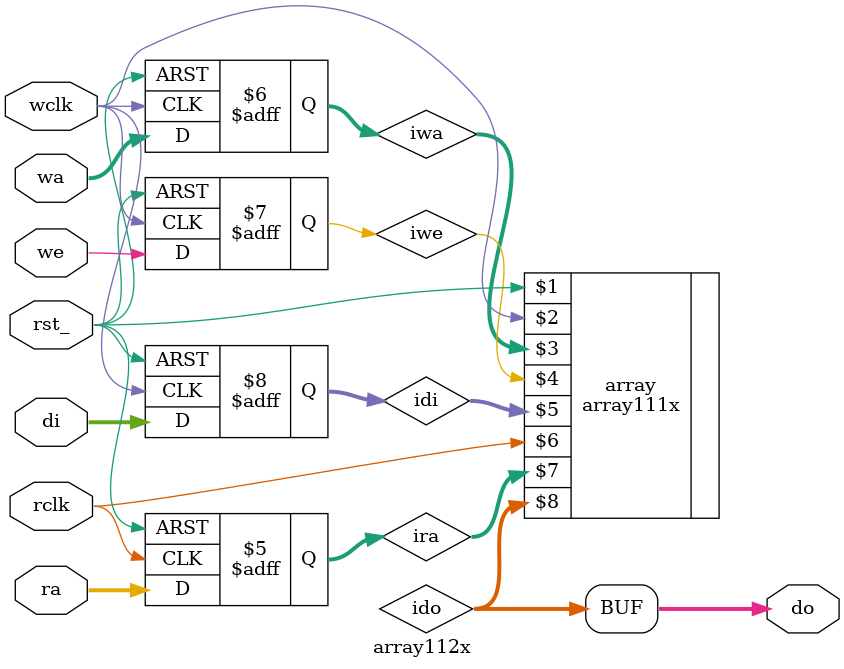
<source format=v>

module array112x
    (
     rst_,
     wclk,
     wa,
     we,
     di,
     rclk,
     ra,
     do
     );

////////////////////////////////////////////////////////////////////////////////
// Parameter declarations
parameter ADDRBIT = 5;
parameter DEPTH = 32;
parameter WIDTH = 32;
parameter TYPE = "AUTO";     //"M512" , "M4K", "M-RAM", "AUTO"
parameter MAXDEPTH = 0;
parameter MEM_RESET = "OFF";

////////////////////////////////////////////////////////////////////////////////
// Port declarations
input               rst_;
input               wclk;
input [ADDRBIT-1:0] wa;     // @+clk
input               we;     // @+clk
input [WIDTH-1:0]   di;     // @+clk
input               rclk;
input [ADDRBIT-1:0] ra;     // @+clk
output [WIDTH-1:0]  do;     // @+clk

reg [ADDRBIT-1:0]   iwa;    // @+clk
reg                 iwe;    // @+clk
reg [WIDTH-1:0]     idi;    // @+clk
reg [ADDRBIT-1:0]   ira;    // @+clk

wire [WIDTH-1:0]    ido;
wire [WIDTH-1:0]    do;     // @+clk

//delaying write command one clock cycle
//write port
always @ (posedge wclk or negedge rst_)
    if (~rst_)
        begin
        iwa <= {ADDRBIT{1'b0}};
        iwe <= 1'b0;
        idi <= {WIDTH{1'b0}};
        end
    else
        begin
        iwa <= wa;
        iwe <= we;
        idi <= di;
        end

//delaying read command one clock cycle
//read port
always @ (posedge rclk or negedge rst_)
    if (~rst_)
        ira <= {ADDRBIT{1'b0}};
    else
        ira <= ra;

//wiring ram data out directly to data out bus
assign do   = ido;

//read write port ram, dual clock instantiation
array111x #(ADDRBIT,DEPTH,WIDTH) array (rst_,wclk,iwa,iwe,idi,rclk,ira,ido);

endmodule

</source>
